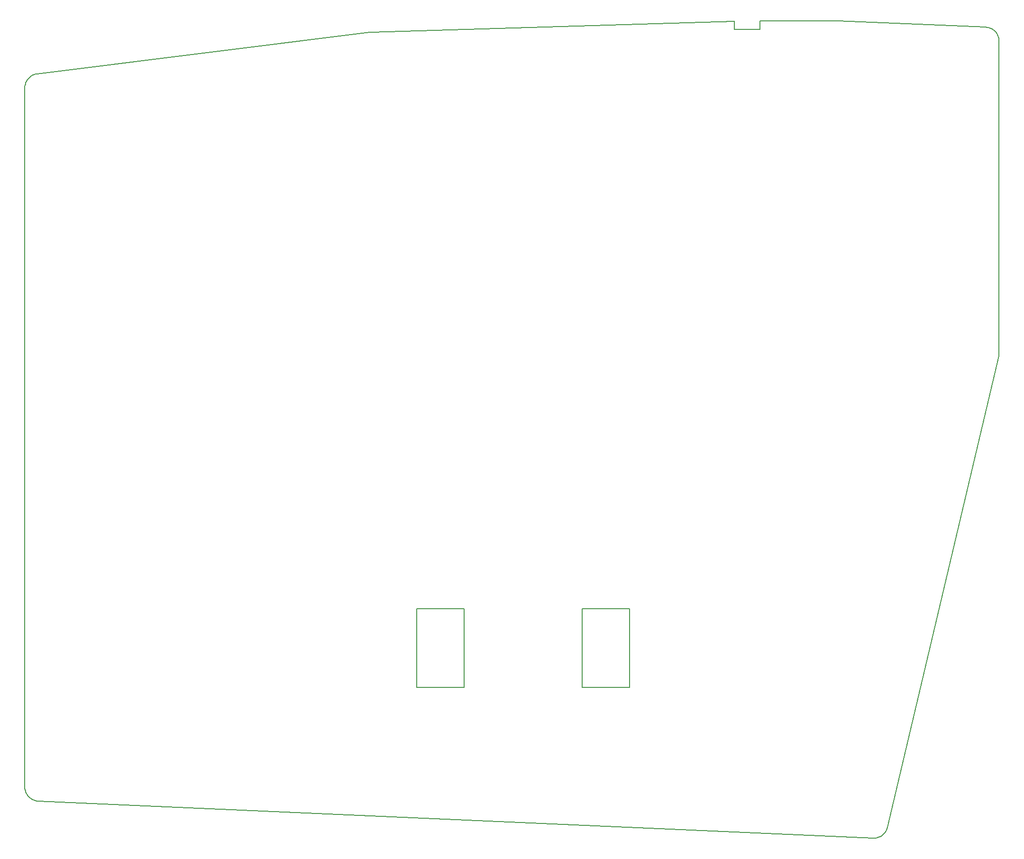
<source format=gm1>
G04 #@! TF.GenerationSoftware,KiCad,Pcbnew,5.0.0-fee4fd1~66~ubuntu18.04.1*
G04 #@! TF.CreationDate,2018-09-16T18:32:03-07:00*
G04 #@! TF.ProjectId,halfdeck,68616C666465636B2E6B696361645F70,c1293dc*
G04 #@! TF.SameCoordinates,Original*
G04 #@! TF.FileFunction,Profile,NP*
%FSLAX46Y46*%
G04 Gerber Fmt 4.6, Leading zero omitted, Abs format (unit mm)*
G04 Created by KiCad (PCBNEW 5.0.0-fee4fd1~66~ubuntu18.04.1) date Sun Sep 16 18:32:03 2018*
%MOMM*%
%LPD*%
G01*
G04 APERTURE LIST*
%ADD10C,0.150000*%
G04 APERTURE END LIST*
D10*
X133000000Y-144000000D02*
X124500000Y-144000000D01*
X124500000Y-144000000D02*
X124500000Y-130000000D01*
X124500000Y-130000000D02*
X133000000Y-130000000D01*
X133000000Y-130000000D02*
X133000000Y-144000000D01*
X95000000Y-144000000D02*
X95000000Y-130000000D01*
X103500000Y-144000000D02*
X95000000Y-144000000D01*
X103500000Y-130000000D02*
X103500000Y-144000000D01*
X95000000Y-130000000D02*
X103500000Y-130000000D01*
X151751083Y-25035626D02*
X86880687Y-27005874D01*
X156250000Y-26500000D02*
X156250000Y-25000000D01*
X151750000Y-26500000D02*
X156250000Y-26500000D01*
X151750000Y-25000000D02*
X151750000Y-26500000D01*
X86880687Y-27005874D02*
X86646495Y-27024027D01*
X86646495Y-27024027D02*
X27189913Y-34456100D01*
X27189913Y-34456100D02*
X26952512Y-34497480D01*
X26952512Y-34497480D02*
X26720198Y-34561524D01*
X26720198Y-34561524D02*
X26495130Y-34647638D01*
X26495130Y-34647638D02*
X26279398Y-34755022D01*
X26279398Y-34755022D02*
X26075008Y-34882677D01*
X26075008Y-34882677D02*
X25883857Y-35029419D01*
X25883857Y-35029419D02*
X25707723Y-35193882D01*
X25707723Y-35193882D02*
X25548242Y-35374540D01*
X25548242Y-35374540D02*
X25406895Y-35569713D01*
X25406895Y-35569713D02*
X25284997Y-35777588D01*
X25284997Y-35777588D02*
X25183678Y-35996234D01*
X25183678Y-35996234D02*
X25103882Y-36223619D01*
X25103882Y-36223619D02*
X25046349Y-36457631D01*
X25046349Y-36457631D02*
X25011614Y-36696094D01*
X25011614Y-36696094D02*
X25000000Y-36936794D01*
X25000000Y-36936794D02*
X25000000Y-134393750D01*
X25000000Y-134393750D02*
X25000000Y-161835383D01*
X25000000Y-161835383D02*
X25011369Y-162073537D01*
X25011369Y-162073537D02*
X25045374Y-162309524D01*
X25045374Y-162309524D02*
X25101704Y-162541199D01*
X25101704Y-162541199D02*
X25179848Y-162766454D01*
X25179848Y-162766454D02*
X25279094Y-162983241D01*
X25279094Y-162983241D02*
X25398540Y-163189587D01*
X25398540Y-163189587D02*
X25537101Y-163383616D01*
X25537101Y-163383616D02*
X25693514Y-163563564D01*
X25693514Y-163563564D02*
X25866358Y-163727793D01*
X25866358Y-163727793D02*
X26054061Y-163874810D01*
X26054061Y-163874810D02*
X26254915Y-164003277D01*
X26254915Y-164003277D02*
X26467094Y-164112027D01*
X26467094Y-164112027D02*
X26688668Y-164200069D01*
X26688668Y-164200069D02*
X26917621Y-164266604D01*
X26917621Y-164266604D02*
X27151871Y-164311026D01*
X27151871Y-164311026D02*
X27389287Y-164332931D01*
X27389287Y-164332931D02*
X176510949Y-170943303D01*
X176510949Y-170943303D02*
X176757834Y-170942044D01*
X176757834Y-170942044D02*
X177003390Y-170916440D01*
X177003390Y-170916440D02*
X177245224Y-170866741D01*
X177245224Y-170866741D02*
X177480977Y-170793430D01*
X177480977Y-170793430D02*
X177708349Y-170697224D01*
X177708349Y-170697224D02*
X177925123Y-170579060D01*
X177925123Y-170579060D02*
X178129185Y-170440091D01*
X178129185Y-170440091D02*
X178318545Y-170281672D01*
X178318545Y-170281672D02*
X178491355Y-170105348D01*
X178491355Y-170105348D02*
X178645931Y-169912838D01*
X178645931Y-169912838D02*
X178780766Y-169706021D01*
X178780766Y-169706021D02*
X178894543Y-169486913D01*
X178894543Y-169486913D02*
X178986154Y-169257651D01*
X178986154Y-169257651D02*
X179054706Y-169020471D01*
X179054706Y-169020471D02*
X198933044Y-84865973D01*
X198933044Y-84865973D02*
X198983205Y-84580559D01*
X198983205Y-84580559D02*
X199000000Y-84291258D01*
X199000000Y-84291258D02*
X199000000Y-28601997D01*
X199000000Y-28601997D02*
X198988591Y-28363431D01*
X198988591Y-28363431D02*
X198954469Y-28127041D01*
X198954469Y-28127041D02*
X198897944Y-27894987D01*
X198897944Y-27894987D02*
X198819533Y-27669386D01*
X198819533Y-27669386D02*
X198719952Y-27452296D01*
X198719952Y-27452296D02*
X198600109Y-27245700D01*
X198600109Y-27245700D02*
X198461098Y-27051483D01*
X198461098Y-27051483D02*
X198304188Y-26871418D01*
X198304188Y-26871418D02*
X198130811Y-26707148D01*
X198130811Y-26707148D02*
X197942550Y-26560172D01*
X197942550Y-26560172D02*
X197741122Y-26431833D01*
X197741122Y-26431833D02*
X197528367Y-26323300D01*
X197528367Y-26323300D02*
X197306225Y-26235565D01*
X197306225Y-26235565D02*
X197076725Y-26169429D01*
X197076725Y-26169429D02*
X196841961Y-26125495D01*
X196841961Y-26125495D02*
X196604076Y-26104165D01*
X196604076Y-26104165D02*
X170156137Y-25002167D01*
X170156137Y-25002167D02*
X170052061Y-25000000D01*
X170052061Y-25000000D02*
X156250000Y-25000000D01*
M02*

</source>
